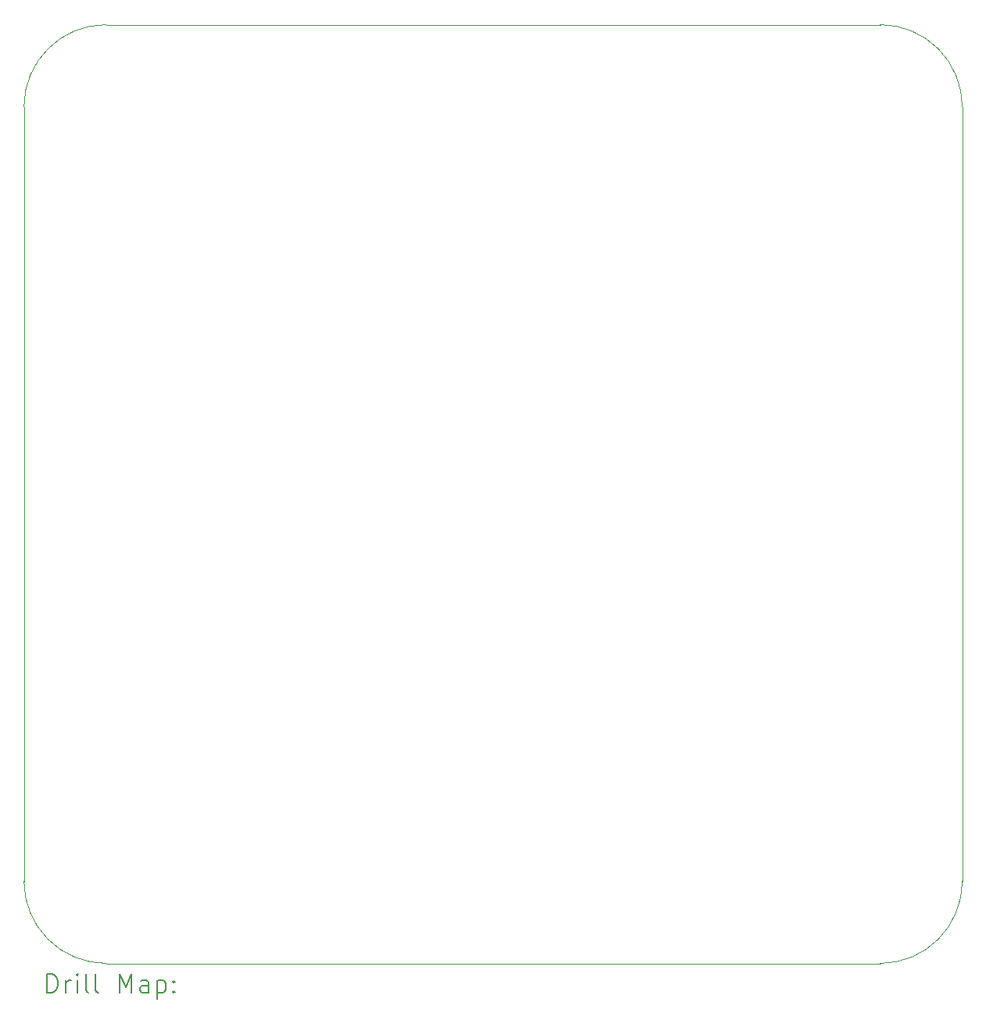
<source format=gbr>
%TF.GenerationSoftware,KiCad,Pcbnew,(6.0.9)*%
%TF.CreationDate,2025-06-05T13:52:29-04:00*%
%TF.ProjectId,ShiftRegisterPrototypeV2,53686966-7452-4656-9769-737465725072,V2*%
%TF.SameCoordinates,Original*%
%TF.FileFunction,Drillmap*%
%TF.FilePolarity,Positive*%
%FSLAX45Y45*%
G04 Gerber Fmt 4.5, Leading zero omitted, Abs format (unit mm)*
G04 Created by KiCad (PCBNEW (6.0.9)) date 2025-06-05 13:52:29*
%MOMM*%
%LPD*%
G01*
G04 APERTURE LIST*
%ADD10C,0.100000*%
%ADD11C,0.200000*%
G04 APERTURE END LIST*
D10*
X11493500Y-4146000D02*
G75*
G03*
X10604500Y-5035000I0J-889000D01*
G01*
X20764500Y-5035000D02*
X20764500Y-13417000D01*
X19875500Y-14306000D02*
G75*
G03*
X20764500Y-13417000I0J889000D01*
G01*
X11493500Y-4146000D02*
X19875500Y-4146000D01*
X10604500Y-13417000D02*
X10604500Y-5035000D01*
X19875500Y-14306000D02*
X11493500Y-14306000D01*
X10604500Y-13417000D02*
G75*
G03*
X11493500Y-14306000I889000J0D01*
G01*
X20764500Y-5035000D02*
G75*
G03*
X19875500Y-4146000I-889000J0D01*
G01*
D11*
X10857119Y-14621476D02*
X10857119Y-14421476D01*
X10904738Y-14421476D01*
X10933310Y-14431000D01*
X10952357Y-14450048D01*
X10961881Y-14469095D01*
X10971405Y-14507190D01*
X10971405Y-14535762D01*
X10961881Y-14573857D01*
X10952357Y-14592905D01*
X10933310Y-14611952D01*
X10904738Y-14621476D01*
X10857119Y-14621476D01*
X11057119Y-14621476D02*
X11057119Y-14488143D01*
X11057119Y-14526238D02*
X11066643Y-14507190D01*
X11076167Y-14497667D01*
X11095214Y-14488143D01*
X11114262Y-14488143D01*
X11180929Y-14621476D02*
X11180929Y-14488143D01*
X11180929Y-14421476D02*
X11171405Y-14431000D01*
X11180929Y-14440524D01*
X11190452Y-14431000D01*
X11180929Y-14421476D01*
X11180929Y-14440524D01*
X11304738Y-14621476D02*
X11285690Y-14611952D01*
X11276167Y-14592905D01*
X11276167Y-14421476D01*
X11409500Y-14621476D02*
X11390452Y-14611952D01*
X11380928Y-14592905D01*
X11380928Y-14421476D01*
X11638071Y-14621476D02*
X11638071Y-14421476D01*
X11704738Y-14564333D01*
X11771405Y-14421476D01*
X11771405Y-14621476D01*
X11952357Y-14621476D02*
X11952357Y-14516714D01*
X11942833Y-14497667D01*
X11923786Y-14488143D01*
X11885690Y-14488143D01*
X11866643Y-14497667D01*
X11952357Y-14611952D02*
X11933309Y-14621476D01*
X11885690Y-14621476D01*
X11866643Y-14611952D01*
X11857119Y-14592905D01*
X11857119Y-14573857D01*
X11866643Y-14554810D01*
X11885690Y-14545286D01*
X11933309Y-14545286D01*
X11952357Y-14535762D01*
X12047595Y-14488143D02*
X12047595Y-14688143D01*
X12047595Y-14497667D02*
X12066643Y-14488143D01*
X12104738Y-14488143D01*
X12123786Y-14497667D01*
X12133309Y-14507190D01*
X12142833Y-14526238D01*
X12142833Y-14583381D01*
X12133309Y-14602429D01*
X12123786Y-14611952D01*
X12104738Y-14621476D01*
X12066643Y-14621476D01*
X12047595Y-14611952D01*
X12228548Y-14602429D02*
X12238071Y-14611952D01*
X12228548Y-14621476D01*
X12219024Y-14611952D01*
X12228548Y-14602429D01*
X12228548Y-14621476D01*
X12228548Y-14497667D02*
X12238071Y-14507190D01*
X12228548Y-14516714D01*
X12219024Y-14507190D01*
X12228548Y-14497667D01*
X12228548Y-14516714D01*
M02*

</source>
